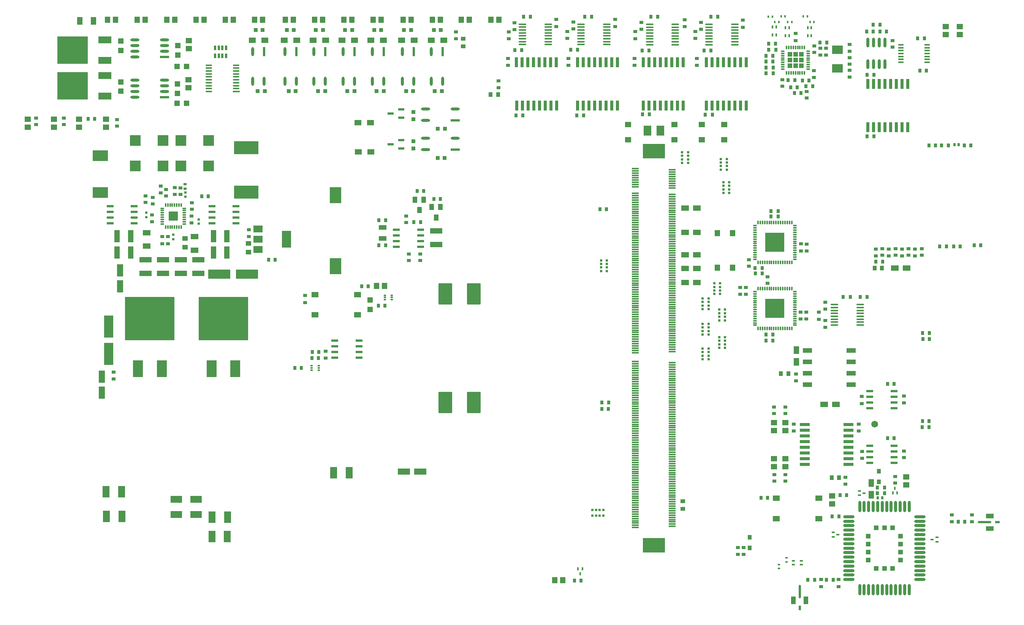
<source format=gtp>
G04*
G04 #@! TF.GenerationSoftware,Altium Limited,Altium Designer,18.1.8 (232)*
G04*
G04 Layer_Color=8421504*
%FSLAX25Y25*%
%MOIN*%
G70*
G01*
G75*
%ADD26R,0.04724X0.06890*%
%ADD27O,0.07874X0.02362*%
%ADD28R,0.07874X0.02362*%
%ADD29R,0.06000X0.01200*%
%ADD30O,0.06000X0.01200*%
%ADD31O,0.06693X0.01260*%
%ADD32O,0.02362X0.07874*%
%ADD33R,0.02362X0.07874*%
%ADD34R,0.02756X0.03347*%
%ADD35R,0.05787X0.10906*%
%ADD36R,0.03347X0.02559*%
%ADD37R,0.03347X0.02756*%
%ADD38R,0.03268X0.03937*%
%ADD39R,0.10000X0.06000*%
%ADD40C,0.05906*%
%ADD41R,0.02559X0.03347*%
%ADD42R,0.01968X0.01575*%
G04:AMPARAMS|DCode=43|XSize=29.53mil|YSize=16.54mil|CornerRadius=4.13mil|HoleSize=0mil|Usage=FLASHONLY|Rotation=90.000|XOffset=0mil|YOffset=0mil|HoleType=Round|Shape=RoundedRectangle|*
%AMROUNDEDRECTD43*
21,1,0.02953,0.00827,0,0,90.0*
21,1,0.02126,0.01654,0,0,90.0*
1,1,0.00827,0.00413,0.01063*
1,1,0.00827,0.00413,-0.01063*
1,1,0.00827,-0.00413,-0.01063*
1,1,0.00827,-0.00413,0.01063*
%
%ADD43ROUNDEDRECTD43*%
%ADD44R,0.01575X0.01968*%
%ADD45R,0.05787X0.04567*%
%ADD46R,0.01968X0.02362*%
%ADD47R,0.04567X0.05787*%
%ADD48R,0.07874X0.03937*%
%ADD49R,0.05906X0.01181*%
%ADD50R,0.06000X0.10000*%
%ADD51R,0.01811X0.02559*%
%ADD52R,0.05512X0.04724*%
%ADD53R,0.07087X0.04921*%
%ADD54R,0.02244X0.01181*%
%ADD55R,0.04724X0.03937*%
%ADD56R,0.19291X0.08465*%
%ADD57R,0.04528X0.10630*%
%ADD58R,0.43307X0.37992*%
%ADD59R,0.09134X0.15000*%
%ADD60R,0.10630X0.04528*%
%ADD61R,0.09252X0.09646*%
%ADD62R,0.06299X0.02362*%
%ADD63R,0.05709X0.02362*%
%ADD64R,0.05118X0.04724*%
%ADD65R,0.04724X0.05118*%
%ADD66R,0.03800X0.03400*%
%ADD67R,0.06000X0.05000*%
%ADD68R,0.03937X0.03425*%
%ADD69R,0.02284X0.02598*%
%ADD70R,0.03425X0.03937*%
%ADD71R,0.10236X0.14410*%
%ADD72R,0.10236X0.13937*%
%ADD73R,0.03937X0.05512*%
%ADD74R,0.07087X0.03937*%
%ADD75O,0.03347X0.01181*%
%ADD76O,0.01181X0.03347*%
%ADD77R,0.16732X0.16732*%
%ADD78R,0.04921X0.07087*%
%ADD79R,0.02559X0.01811*%
%ADD80R,0.04331X0.04331*%
%ADD81O,0.02756X0.09843*%
%ADD82O,0.09843X0.02756*%
G04:AMPARAMS|DCode=83|XSize=29.53mil|YSize=16.54mil|CornerRadius=4.13mil|HoleSize=0mil|Usage=FLASHONLY|Rotation=0.000|XOffset=0mil|YOffset=0mil|HoleType=Round|Shape=RoundedRectangle|*
%AMROUNDEDRECTD83*
21,1,0.02953,0.00827,0,0,0.0*
21,1,0.02126,0.01654,0,0,0.0*
1,1,0.00827,0.01063,-0.00413*
1,1,0.00827,-0.01063,-0.00413*
1,1,0.00827,-0.01063,0.00413*
1,1,0.00827,0.01063,0.00413*
%
%ADD83ROUNDEDRECTD83*%
%ADD84O,0.02756X0.08661*%
%ADD85R,0.03150X0.08661*%
%ADD86R,0.06890X0.04724*%
%ADD87R,0.02441X0.02244*%
%ADD88R,0.02598X0.02284*%
%ADD89R,0.08110X0.08110*%
%ADD90O,0.03543X0.01181*%
%ADD91O,0.01181X0.03543*%
%ADD92R,0.07087X0.08858*%
%ADD93R,0.16732X0.16732*%
%ADD94O,0.01181X0.03740*%
%ADD95O,0.03740X0.01181*%
%ADD96R,0.09449X0.07480*%
%ADD97R,0.02362X0.03937*%
%ADD98R,0.03937X0.07087*%
%ADD99O,0.01968X0.11811*%
%ADD100R,0.03937X0.02362*%
%ADD101R,0.07087X0.03937*%
%ADD102O,0.11811X0.01968*%
%ADD103R,0.05906X0.04724*%
%ADD104R,0.11811X0.06299*%
%ADD105R,0.26772X0.24410*%
G04:AMPARAMS|DCode=106|XSize=188.98mil|YSize=118.11mil|CornerRadius=7.09mil|HoleSize=0mil|Usage=FLASHONLY|Rotation=90.000|XOffset=0mil|YOffset=0mil|HoleType=Round|Shape=RoundedRectangle|*
%AMROUNDEDRECTD106*
21,1,0.18898,0.10394,0,0,90.0*
21,1,0.17480,0.11811,0,0,90.0*
1,1,0.01417,0.05197,0.08740*
1,1,0.01417,0.05197,-0.08740*
1,1,0.01417,-0.05197,-0.08740*
1,1,0.01417,-0.05197,0.08740*
%
%ADD106ROUNDEDRECTD106*%
%ADD107R,0.19685X0.12992*%
%ADD108R,0.04961X0.01417*%
%ADD109R,0.08661X0.03150*%
%ADD110R,0.02000X0.04000*%
%ADD111R,0.02362X0.01968*%
%ADD112R,0.03400X0.03800*%
%ADD113R,0.07874X0.05906*%
%ADD114R,0.07874X0.14961*%
%ADD115R,0.13386X0.09449*%
%ADD116R,0.21260X0.11417*%
%ADD117R,0.10906X0.05787*%
%ADD118R,0.08465X0.19291*%
%ADD119R,0.04724X0.05512*%
G36*
X694106Y489811D02*
X690106D01*
Y493811D01*
X694106D01*
Y489811D01*
D02*
G37*
G36*
X689106D02*
X685106D01*
Y493811D01*
X689106D01*
Y489811D01*
D02*
G37*
G36*
X684106D02*
X680106D01*
Y493811D01*
X684106D01*
Y489811D01*
D02*
G37*
G36*
X694106Y484811D02*
X690106D01*
Y488811D01*
X694106D01*
Y484811D01*
D02*
G37*
G36*
X684106D02*
X680106D01*
Y488811D01*
X684106D01*
Y484811D01*
D02*
G37*
G36*
X689112Y484806D02*
X685112D01*
Y488806D01*
X689112D01*
Y484806D01*
D02*
G37*
G36*
X694106Y479811D02*
X690106D01*
Y483811D01*
X694106D01*
Y479811D01*
D02*
G37*
G36*
X689106D02*
X685106D01*
Y483811D01*
X689106D01*
Y479811D01*
D02*
G37*
G36*
X684106D02*
X680106D01*
Y483811D01*
X684106D01*
Y479811D01*
D02*
G37*
D26*
X71161Y521200D02*
D03*
X59350D02*
D03*
D27*
X107507Y504600D02*
D03*
Y489600D02*
D03*
Y494600D02*
D03*
X133493Y499600D02*
D03*
X133492Y494600D02*
D03*
X107507Y499600D02*
D03*
X133492Y504600D02*
D03*
Y469300D02*
D03*
X107507Y464300D02*
D03*
X133492Y459300D02*
D03*
X133493Y464300D02*
D03*
X107507Y459300D02*
D03*
Y454300D02*
D03*
Y469300D02*
D03*
X362608Y408200D02*
D03*
Y418200D02*
D03*
X388592D02*
D03*
Y443800D02*
D03*
X362608D02*
D03*
Y433800D02*
D03*
D28*
X133492Y489600D02*
D03*
Y454300D02*
D03*
X388592Y408200D02*
D03*
Y433800D02*
D03*
D29*
X196508Y459345D02*
D03*
D30*
X172492Y461904D02*
D03*
Y469581D02*
D03*
Y472140D02*
D03*
X196508Y479817D02*
D03*
Y472140D02*
D03*
Y482376D02*
D03*
Y461904D02*
D03*
Y469581D02*
D03*
X172492Y464463D02*
D03*
Y467022D02*
D03*
Y474699D02*
D03*
Y477258D02*
D03*
X196508D02*
D03*
Y474699D02*
D03*
Y467022D02*
D03*
Y464463D02*
D03*
X172492Y482376D02*
D03*
Y459345D02*
D03*
Y479817D02*
D03*
D31*
X470109Y500487D02*
D03*
Y503047D02*
D03*
Y505606D02*
D03*
Y508165D02*
D03*
Y510724D02*
D03*
Y513283D02*
D03*
Y515842D02*
D03*
Y518401D02*
D03*
X447668Y500487D02*
D03*
Y503047D02*
D03*
Y505606D02*
D03*
Y508165D02*
D03*
Y510724D02*
D03*
Y513283D02*
D03*
Y515842D02*
D03*
Y518401D02*
D03*
X521475Y500486D02*
D03*
Y503045D02*
D03*
Y505604D02*
D03*
Y508163D02*
D03*
Y510722D02*
D03*
Y513281D02*
D03*
Y515840D02*
D03*
Y518399D02*
D03*
X499034Y500486D02*
D03*
Y503045D02*
D03*
Y505604D02*
D03*
Y508163D02*
D03*
Y510722D02*
D03*
Y513281D02*
D03*
Y515840D02*
D03*
Y518399D02*
D03*
X581554Y500387D02*
D03*
Y502947D02*
D03*
Y505506D02*
D03*
Y508065D02*
D03*
Y510624D02*
D03*
Y513183D02*
D03*
Y515742D02*
D03*
Y518301D02*
D03*
X559113Y500387D02*
D03*
Y502947D02*
D03*
Y505506D02*
D03*
Y508065D02*
D03*
Y510624D02*
D03*
Y513183D02*
D03*
Y515742D02*
D03*
Y518301D02*
D03*
X633720Y500387D02*
D03*
Y502947D02*
D03*
Y505506D02*
D03*
Y508065D02*
D03*
Y510624D02*
D03*
Y513183D02*
D03*
Y515742D02*
D03*
Y518301D02*
D03*
X611280Y500387D02*
D03*
Y502947D02*
D03*
Y505506D02*
D03*
Y508065D02*
D03*
Y510624D02*
D03*
Y513183D02*
D03*
Y515742D02*
D03*
Y518301D02*
D03*
X743820Y254243D02*
D03*
Y256802D02*
D03*
Y259361D02*
D03*
Y261920D02*
D03*
Y264479D02*
D03*
Y267039D02*
D03*
Y269598D02*
D03*
Y272157D02*
D03*
X721380Y254243D02*
D03*
Y256802D02*
D03*
Y259361D02*
D03*
Y261920D02*
D03*
Y264479D02*
D03*
Y267039D02*
D03*
Y269598D02*
D03*
Y272157D02*
D03*
D32*
X315800Y494292D02*
D03*
Y468308D02*
D03*
X325800D02*
D03*
X342100Y494292D02*
D03*
Y468308D02*
D03*
X352100D02*
D03*
X367600Y494292D02*
D03*
Y468308D02*
D03*
X377600D02*
D03*
X211000Y494292D02*
D03*
Y468308D02*
D03*
X221000D02*
D03*
X249100D02*
D03*
X239100D02*
D03*
Y494292D02*
D03*
X264667D02*
D03*
Y468308D02*
D03*
X274667D02*
D03*
X300233D02*
D03*
X290233D02*
D03*
Y494292D02*
D03*
D33*
X325800D02*
D03*
X352100D02*
D03*
X377600D02*
D03*
X221000D02*
D03*
X249100D02*
D03*
X274667D02*
D03*
X300233D02*
D03*
D34*
X321449Y346400D02*
D03*
X327551D02*
D03*
X321449Y324300D02*
D03*
X327551D02*
D03*
X804185Y164469D02*
D03*
X798083D02*
D03*
X804626Y247188D02*
D03*
X798524D02*
D03*
X819488Y323425D02*
D03*
X813386D02*
D03*
X614051Y439000D02*
D03*
X607949D02*
D03*
X714652Y502216D02*
D03*
X708550D02*
D03*
X447951Y438300D02*
D03*
X441849D02*
D03*
X821351Y411949D02*
D03*
X815249D02*
D03*
X757586Y310100D02*
D03*
X763688D02*
D03*
X352149Y344600D02*
D03*
X358251D02*
D03*
X735138Y278937D02*
D03*
X729035D02*
D03*
X765151Y106654D02*
D03*
X759049D02*
D03*
X765151Y111600D02*
D03*
X759049D02*
D03*
X725351Y86200D02*
D03*
X719249D02*
D03*
X794095Y506004D02*
D03*
X800197D02*
D03*
X755951Y420100D02*
D03*
X749849D02*
D03*
X755851Y474000D02*
D03*
X749749D02*
D03*
X552849Y439300D02*
D03*
X558951D02*
D03*
X495149Y438300D02*
D03*
X501251D02*
D03*
X489737Y496098D02*
D03*
X495839D02*
D03*
X440846Y495768D02*
D03*
X446949D02*
D03*
X454626Y524902D02*
D03*
X448524D02*
D03*
X508169D02*
D03*
X502067D02*
D03*
X552449Y495200D02*
D03*
X558551D02*
D03*
X566240Y524902D02*
D03*
X560138D02*
D03*
X606849Y495200D02*
D03*
X612951D02*
D03*
X618996Y524902D02*
D03*
X612894D02*
D03*
X667351Y240700D02*
D03*
X661249D02*
D03*
X667351Y245800D02*
D03*
X661249D02*
D03*
X657776Y304232D02*
D03*
X651673D02*
D03*
X657874Y299508D02*
D03*
X651772D02*
D03*
X671751Y349713D02*
D03*
X665649D02*
D03*
X671751Y354413D02*
D03*
X665649D02*
D03*
X663645Y496054D02*
D03*
X669747D02*
D03*
X663545Y501254D02*
D03*
X669648D02*
D03*
X661236Y490554D02*
D03*
X667338D02*
D03*
X661281Y485487D02*
D03*
X667384D02*
D03*
X661384Y480421D02*
D03*
X667487D02*
D03*
X661384Y475354D02*
D03*
X667487D02*
D03*
X680449Y469300D02*
D03*
X686551D02*
D03*
X703951Y30600D02*
D03*
X697849D02*
D03*
X743799Y278937D02*
D03*
X749902D02*
D03*
D35*
X78642Y194823D02*
D03*
Y208917D02*
D03*
X94488Y302323D02*
D03*
Y288228D02*
D03*
D36*
X20965Y435854D02*
D03*
Y430146D02*
D03*
X91900Y434754D02*
D03*
Y429046D02*
D03*
X774500Y121291D02*
D03*
Y115583D02*
D03*
X45100Y435854D02*
D03*
Y430146D02*
D03*
X797800Y321175D02*
D03*
Y315466D02*
D03*
X786300Y321175D02*
D03*
Y315466D02*
D03*
X774799Y321175D02*
D03*
Y315466D02*
D03*
X763299Y321175D02*
D03*
Y315466D02*
D03*
X345700Y350054D02*
D03*
Y344346D02*
D03*
X347900Y311046D02*
D03*
Y316754D02*
D03*
X358000Y311046D02*
D03*
Y316754D02*
D03*
X772300Y503954D02*
D03*
Y498246D02*
D03*
X157400Y355946D02*
D03*
Y361654D02*
D03*
X147400Y368846D02*
D03*
Y374554D02*
D03*
X134900Y367591D02*
D03*
Y373300D02*
D03*
X123359Y366254D02*
D03*
Y360546D02*
D03*
X117000Y367554D02*
D03*
Y361846D02*
D03*
X646260Y311516D02*
D03*
Y305807D02*
D03*
X662400Y296752D02*
D03*
Y291043D02*
D03*
X703700Y493546D02*
D03*
Y499254D02*
D03*
X696901Y459271D02*
D03*
Y453562D02*
D03*
X675601Y463862D02*
D03*
Y469571D02*
D03*
X734650Y489071D02*
D03*
Y483362D02*
D03*
X668504Y123031D02*
D03*
Y117323D02*
D03*
X678150Y182382D02*
D03*
Y176673D02*
D03*
X678248Y117224D02*
D03*
Y122933D02*
D03*
X668209Y182382D02*
D03*
Y176673D02*
D03*
X782300Y186100D02*
D03*
Y191809D02*
D03*
Y137846D02*
D03*
Y143554D02*
D03*
D37*
X600575Y488287D02*
D03*
Y482185D02*
D03*
X545866Y488287D02*
D03*
Y482185D02*
D03*
X256835Y274064D02*
D03*
Y280166D02*
D03*
X274798Y225175D02*
D03*
Y231277D02*
D03*
X207700Y331949D02*
D03*
Y338051D02*
D03*
X641000Y521851D02*
D03*
Y515749D02*
D03*
X389280Y511754D02*
D03*
Y505651D02*
D03*
X792001Y315025D02*
D03*
Y321128D02*
D03*
X780500Y315025D02*
D03*
Y321128D02*
D03*
X769000Y315025D02*
D03*
Y321128D02*
D03*
X757500Y315025D02*
D03*
Y321128D02*
D03*
X641535Y59055D02*
D03*
Y52953D02*
D03*
X636603Y59051D02*
D03*
Y52949D02*
D03*
X687402Y205217D02*
D03*
Y211319D02*
D03*
X685600Y161353D02*
D03*
Y167455D02*
D03*
X730807Y114665D02*
D03*
Y120768D02*
D03*
X724800Y24786D02*
D03*
Y30888D02*
D03*
X122700Y344949D02*
D03*
Y351051D02*
D03*
X157100Y343896D02*
D03*
Y349998D02*
D03*
X142500Y374951D02*
D03*
Y368849D02*
D03*
X130109Y370149D02*
D03*
Y376251D02*
D03*
X426624Y462500D02*
D03*
Y468602D02*
D03*
X434744Y482185D02*
D03*
Y488287D02*
D03*
X487992Y482185D02*
D03*
Y488287D02*
D03*
X477165Y522539D02*
D03*
Y516437D02*
D03*
X528740D02*
D03*
Y522539D02*
D03*
X440488Y519651D02*
D03*
Y513549D02*
D03*
X435488Y511751D02*
D03*
Y505649D02*
D03*
X492088Y520250D02*
D03*
Y514147D02*
D03*
X486888Y512101D02*
D03*
Y505998D02*
D03*
X589800Y522451D02*
D03*
Y516349D02*
D03*
X546400Y511851D02*
D03*
Y505749D02*
D03*
X551900Y520051D02*
D03*
Y513949D02*
D03*
X604300Y520051D02*
D03*
Y513949D02*
D03*
X599100Y511951D02*
D03*
Y505849D02*
D03*
X643700Y281151D02*
D03*
Y287253D02*
D03*
X638400Y281151D02*
D03*
Y287253D02*
D03*
X696617Y265734D02*
D03*
Y259631D02*
D03*
X691717Y265734D02*
D03*
Y259631D02*
D03*
X696800Y325451D02*
D03*
Y319349D02*
D03*
X691900Y325551D02*
D03*
Y319449D02*
D03*
X713901Y497436D02*
D03*
Y491334D02*
D03*
X708901Y497436D02*
D03*
Y491334D02*
D03*
X687301Y510168D02*
D03*
Y504065D02*
D03*
X703347Y471510D02*
D03*
Y477612D02*
D03*
X734601Y500667D02*
D03*
Y494565D02*
D03*
Y471865D02*
D03*
Y477968D02*
D03*
X709700Y30892D02*
D03*
Y24790D02*
D03*
X841831Y87795D02*
D03*
Y81693D02*
D03*
X824209Y87795D02*
D03*
Y81693D02*
D03*
X88800Y206849D02*
D03*
Y212951D02*
D03*
X136500Y325798D02*
D03*
Y331900D02*
D03*
X131659Y325798D02*
D03*
Y331900D02*
D03*
X713300Y258451D02*
D03*
Y252349D02*
D03*
X713100Y274402D02*
D03*
Y268300D02*
D03*
X707700Y265551D02*
D03*
Y259449D02*
D03*
X742700Y167455D02*
D03*
Y161353D02*
D03*
X745177Y191535D02*
D03*
Y185433D02*
D03*
X745472Y143405D02*
D03*
Y137303D02*
D03*
D38*
X646752Y58543D02*
D03*
Y67835D02*
D03*
X760138Y116713D02*
D03*
Y126004D02*
D03*
D39*
X143900Y87950D02*
D03*
Y101450D02*
D03*
X161100Y87950D02*
D03*
Y101450D02*
D03*
D40*
X756693Y167400D02*
D03*
D41*
X767946Y154904D02*
D03*
X773654D02*
D03*
X66546Y435400D02*
D03*
X72254D02*
D03*
X798524Y169882D02*
D03*
X804232D02*
D03*
X804528Y241971D02*
D03*
X798819D02*
D03*
X831486Y323425D02*
D03*
X825777D02*
D03*
X498775Y30113D02*
D03*
X493066D02*
D03*
X263089Y230726D02*
D03*
X268798D02*
D03*
X262943Y225226D02*
D03*
X268652D02*
D03*
X247943Y216728D02*
D03*
X253652D02*
D03*
X224746Y311591D02*
D03*
X230454D02*
D03*
X521358Y356004D02*
D03*
X515650D02*
D03*
X840954Y411900D02*
D03*
X835246D02*
D03*
X809854D02*
D03*
X804146D02*
D03*
X849700Y324300D02*
D03*
X843991D02*
D03*
X517146Y180600D02*
D03*
X522854D02*
D03*
X360954Y372000D02*
D03*
X355246D02*
D03*
X369746Y364900D02*
D03*
X375454D02*
D03*
X767946Y202704D02*
D03*
X773654D02*
D03*
X726279Y104921D02*
D03*
X731988D02*
D03*
X761146Y511900D02*
D03*
X766854D02*
D03*
X749500D02*
D03*
X755209D02*
D03*
X166105Y367400D02*
D03*
X171814D02*
D03*
X696359Y464128D02*
D03*
X702068D02*
D03*
X699017Y469049D02*
D03*
X693308D02*
D03*
X686247Y458016D02*
D03*
X691955D02*
D03*
X682746Y463000D02*
D03*
X688454D02*
D03*
X714346Y30600D02*
D03*
X720054D02*
D03*
X829823Y81693D02*
D03*
X835532D02*
D03*
X656846Y102700D02*
D03*
X662554D02*
D03*
X306480Y288291D02*
D03*
X312189D02*
D03*
X321080Y271391D02*
D03*
X326789D02*
D03*
X796063Y477756D02*
D03*
X801772D02*
D03*
X755346Y517800D02*
D03*
X761054D02*
D03*
X523054Y186200D02*
D03*
X517346D02*
D03*
D42*
X672400Y40528D02*
D03*
Y44072D02*
D03*
X679300Y46428D02*
D03*
Y49972D02*
D03*
D43*
X666929Y515914D02*
D03*
X697736Y515354D02*
D03*
X700886D02*
D03*
X678248D02*
D03*
X681398D02*
D03*
Y508268D02*
D03*
X678248D02*
D03*
X670079Y515914D02*
D03*
Y508828D02*
D03*
X666929D02*
D03*
X700886Y508268D02*
D03*
X697736D02*
D03*
D44*
X668928Y520400D02*
D03*
X703272D02*
D03*
X699728D02*
D03*
X693996Y525197D02*
D03*
X697539D02*
D03*
X674409D02*
D03*
X677953D02*
D03*
X683772Y520300D02*
D03*
X680228D02*
D03*
X672472Y520400D02*
D03*
X663228Y525100D02*
D03*
X666772D02*
D03*
D45*
X82111Y435108D02*
D03*
Y428100D02*
D03*
X58392Y435108D02*
D03*
Y428100D02*
D03*
X36700Y435108D02*
D03*
Y428100D02*
D03*
X154700Y469604D02*
D03*
Y462596D02*
D03*
X678346Y161753D02*
D03*
Y168761D02*
D03*
X784100Y113896D02*
D03*
Y120904D02*
D03*
X719095Y104193D02*
D03*
Y97185D02*
D03*
X818799Y509193D02*
D03*
Y516201D02*
D03*
X831299Y509193D02*
D03*
Y516201D02*
D03*
X154800Y503904D02*
D03*
Y496896D02*
D03*
X668307Y129961D02*
D03*
Y136969D02*
D03*
X668307Y168761D02*
D03*
Y161753D02*
D03*
X678346Y129961D02*
D03*
Y136969D02*
D03*
X13500Y435108D02*
D03*
Y428100D02*
D03*
D46*
X626772Y390650D02*
D03*
Y393799D02*
D03*
Y396949D02*
D03*
Y400098D02*
D03*
X621653Y393799D02*
D03*
Y390650D02*
D03*
Y396949D02*
D03*
Y400098D02*
D03*
X628900Y370201D02*
D03*
Y373350D02*
D03*
Y376500D02*
D03*
Y379650D02*
D03*
X623782Y373350D02*
D03*
Y370201D02*
D03*
Y376500D02*
D03*
Y379650D02*
D03*
X625318Y234201D02*
D03*
Y237350D02*
D03*
Y240500D02*
D03*
Y243650D02*
D03*
X620200Y237350D02*
D03*
Y234201D02*
D03*
Y240500D02*
D03*
Y243650D02*
D03*
X610818Y224301D02*
D03*
Y227450D02*
D03*
Y230600D02*
D03*
Y233750D02*
D03*
X605700Y227450D02*
D03*
Y224301D02*
D03*
Y230600D02*
D03*
Y233750D02*
D03*
X610818Y245850D02*
D03*
Y249000D02*
D03*
Y252150D02*
D03*
Y255299D02*
D03*
X605700Y249000D02*
D03*
Y245850D02*
D03*
Y252150D02*
D03*
Y255299D02*
D03*
X610818Y274500D02*
D03*
Y277650D02*
D03*
Y271350D02*
D03*
X605700Y268201D02*
D03*
Y274500D02*
D03*
Y277650D02*
D03*
Y271350D02*
D03*
X610818Y268201D02*
D03*
X521555Y301673D02*
D03*
Y304823D02*
D03*
Y311122D02*
D03*
Y307972D02*
D03*
X516437Y301673D02*
D03*
Y304823D02*
D03*
Y307972D02*
D03*
Y311122D02*
D03*
X587608Y406004D02*
D03*
Y402854D02*
D03*
Y396555D02*
D03*
Y399705D02*
D03*
X592726Y406004D02*
D03*
Y402854D02*
D03*
Y399705D02*
D03*
Y396555D02*
D03*
X615846Y290945D02*
D03*
Y287795D02*
D03*
Y281496D02*
D03*
Y284646D02*
D03*
X620965Y290945D02*
D03*
Y287795D02*
D03*
Y284646D02*
D03*
Y281496D02*
D03*
X620200Y267799D02*
D03*
Y264650D02*
D03*
Y258350D02*
D03*
Y261500D02*
D03*
X625318Y267799D02*
D03*
Y264650D02*
D03*
Y261500D02*
D03*
Y258350D02*
D03*
D47*
X482874Y30413D02*
D03*
X475866D02*
D03*
X319431Y288491D02*
D03*
X326439D02*
D03*
X83696Y522146D02*
D03*
X90704D02*
D03*
X109565D02*
D03*
X116573D02*
D03*
X135696D02*
D03*
X142704D02*
D03*
X161363D02*
D03*
X168371D02*
D03*
X187029D02*
D03*
X194037D02*
D03*
X212696D02*
D03*
X219704D02*
D03*
X239496D02*
D03*
X246504D02*
D03*
X265170D02*
D03*
X272178D02*
D03*
X290845D02*
D03*
X297853D02*
D03*
X316519D02*
D03*
X323527D02*
D03*
X342996D02*
D03*
X350004D02*
D03*
X368663D02*
D03*
X375671D02*
D03*
X394035D02*
D03*
X401043D02*
D03*
X419996D02*
D03*
X427004D02*
D03*
D48*
X735794Y202104D02*
D03*
Y212104D02*
D03*
Y222104D02*
D03*
Y232104D02*
D03*
X697606Y202104D02*
D03*
Y212104D02*
D03*
Y222104D02*
D03*
Y232104D02*
D03*
D49*
X578983Y337386D02*
D03*
Y339354D02*
D03*
Y359039D02*
D03*
Y361008D02*
D03*
Y343291D02*
D03*
Y345260D02*
D03*
Y79512D02*
D03*
Y81480D02*
D03*
Y83449D02*
D03*
Y85417D02*
D03*
Y87386D02*
D03*
Y89354D02*
D03*
Y193685D02*
D03*
Y191717D02*
D03*
Y189748D02*
D03*
Y187779D02*
D03*
Y185811D02*
D03*
Y183843D02*
D03*
Y181874D02*
D03*
Y179905D02*
D03*
Y177937D02*
D03*
Y175969D02*
D03*
Y174000D02*
D03*
Y172031D02*
D03*
Y170063D02*
D03*
Y168095D02*
D03*
Y114945D02*
D03*
Y116913D02*
D03*
Y118882D02*
D03*
Y120850D02*
D03*
Y122819D02*
D03*
Y124787D02*
D03*
Y126756D02*
D03*
Y128724D02*
D03*
Y130693D02*
D03*
Y132661D02*
D03*
Y134630D02*
D03*
Y136598D02*
D03*
Y138567D02*
D03*
Y140535D02*
D03*
Y142504D02*
D03*
Y144473D02*
D03*
Y146441D02*
D03*
Y148409D02*
D03*
Y150378D02*
D03*
Y152347D02*
D03*
Y154315D02*
D03*
Y156283D02*
D03*
Y158252D02*
D03*
Y160221D02*
D03*
Y162189D02*
D03*
Y164157D02*
D03*
Y166126D02*
D03*
Y91323D02*
D03*
Y93291D02*
D03*
Y95260D02*
D03*
Y97228D02*
D03*
Y99197D02*
D03*
Y101165D02*
D03*
Y103134D02*
D03*
Y105102D02*
D03*
Y107071D02*
D03*
Y109039D02*
D03*
Y111008D02*
D03*
Y112976D02*
D03*
Y77543D02*
D03*
Y268488D02*
D03*
Y266520D02*
D03*
Y264551D02*
D03*
Y262583D02*
D03*
X546700Y113961D02*
D03*
Y111992D02*
D03*
Y110024D02*
D03*
Y108055D02*
D03*
Y106087D02*
D03*
Y104118D02*
D03*
Y102150D02*
D03*
Y100181D02*
D03*
Y98213D02*
D03*
Y96244D02*
D03*
Y94276D02*
D03*
Y92307D02*
D03*
Y90339D02*
D03*
Y88370D02*
D03*
Y86402D02*
D03*
Y84433D02*
D03*
Y82465D02*
D03*
Y80496D02*
D03*
Y78528D02*
D03*
Y76559D02*
D03*
Y167110D02*
D03*
Y165142D02*
D03*
Y163173D02*
D03*
Y161205D02*
D03*
Y159236D02*
D03*
Y157268D02*
D03*
Y155299D02*
D03*
Y153331D02*
D03*
Y151362D02*
D03*
Y149394D02*
D03*
Y147425D02*
D03*
Y145457D02*
D03*
Y143488D02*
D03*
Y141520D02*
D03*
Y139551D02*
D03*
Y137583D02*
D03*
Y135614D02*
D03*
Y133646D02*
D03*
Y131677D02*
D03*
Y129709D02*
D03*
Y127740D02*
D03*
Y125772D02*
D03*
Y123803D02*
D03*
Y121835D02*
D03*
Y119866D02*
D03*
Y117898D02*
D03*
Y115929D02*
D03*
Y291126D02*
D03*
Y269472D02*
D03*
Y271441D02*
D03*
Y273410D02*
D03*
Y275378D02*
D03*
Y277346D02*
D03*
Y279315D02*
D03*
Y281283D02*
D03*
Y283252D02*
D03*
Y285221D02*
D03*
Y287189D02*
D03*
Y289158D02*
D03*
Y344276D02*
D03*
Y346244D02*
D03*
Y348213D02*
D03*
Y293094D02*
D03*
Y295063D02*
D03*
Y297031D02*
D03*
Y299000D02*
D03*
Y300969D02*
D03*
Y302937D02*
D03*
Y304906D02*
D03*
Y306874D02*
D03*
Y308842D02*
D03*
Y310811D02*
D03*
Y312779D02*
D03*
Y314748D02*
D03*
Y316717D02*
D03*
Y318685D02*
D03*
Y320654D02*
D03*
Y322622D02*
D03*
Y324591D02*
D03*
Y326559D02*
D03*
Y328528D02*
D03*
Y330496D02*
D03*
Y332465D02*
D03*
Y334433D02*
D03*
Y336402D02*
D03*
Y338370D02*
D03*
Y340339D02*
D03*
Y342307D02*
D03*
Y391520D02*
D03*
Y389551D02*
D03*
Y387583D02*
D03*
Y385614D02*
D03*
Y383646D02*
D03*
Y381677D02*
D03*
Y379709D02*
D03*
Y377740D02*
D03*
Y375772D02*
D03*
Y369866D02*
D03*
Y367898D02*
D03*
Y365929D02*
D03*
Y363961D02*
D03*
Y361992D02*
D03*
Y360024D02*
D03*
Y358055D02*
D03*
Y356087D02*
D03*
Y354118D02*
D03*
Y352150D02*
D03*
Y169079D02*
D03*
Y171047D02*
D03*
Y173016D02*
D03*
Y174984D02*
D03*
Y176953D02*
D03*
Y178921D02*
D03*
Y180890D02*
D03*
Y182858D02*
D03*
Y184827D02*
D03*
Y186795D02*
D03*
Y188764D02*
D03*
Y190732D02*
D03*
Y192701D02*
D03*
Y194669D02*
D03*
X578983Y294079D02*
D03*
Y296047D02*
D03*
Y298016D02*
D03*
Y299984D02*
D03*
Y301953D02*
D03*
Y303921D02*
D03*
Y305890D02*
D03*
Y307858D02*
D03*
Y309827D02*
D03*
Y311795D02*
D03*
Y313764D02*
D03*
Y315732D02*
D03*
Y317701D02*
D03*
Y319669D02*
D03*
Y321638D02*
D03*
Y323606D02*
D03*
Y325575D02*
D03*
Y327543D02*
D03*
Y329512D02*
D03*
Y331480D02*
D03*
Y333449D02*
D03*
Y335417D02*
D03*
Y341323D02*
D03*
Y347228D02*
D03*
Y349197D02*
D03*
Y351165D02*
D03*
Y353134D02*
D03*
Y355102D02*
D03*
Y357071D02*
D03*
Y362976D02*
D03*
Y364945D02*
D03*
Y366913D02*
D03*
Y368882D02*
D03*
Y374787D02*
D03*
Y376756D02*
D03*
Y378724D02*
D03*
Y380693D02*
D03*
Y382661D02*
D03*
Y384630D02*
D03*
Y386598D02*
D03*
Y388567D02*
D03*
Y390535D02*
D03*
Y195653D02*
D03*
Y197622D02*
D03*
Y199591D02*
D03*
Y201559D02*
D03*
Y203528D02*
D03*
Y205496D02*
D03*
Y207465D02*
D03*
Y209433D02*
D03*
Y211402D02*
D03*
Y213370D02*
D03*
Y215339D02*
D03*
Y217307D02*
D03*
Y219276D02*
D03*
Y221244D02*
D03*
Y231087D02*
D03*
Y233055D02*
D03*
Y235024D02*
D03*
Y236992D02*
D03*
Y238961D02*
D03*
Y240929D02*
D03*
Y242898D02*
D03*
Y244866D02*
D03*
Y246835D02*
D03*
Y248803D02*
D03*
Y250772D02*
D03*
Y252740D02*
D03*
Y254709D02*
D03*
Y256677D02*
D03*
Y258646D02*
D03*
Y260614D02*
D03*
Y270457D02*
D03*
Y272425D02*
D03*
Y274394D02*
D03*
Y276362D02*
D03*
Y278331D02*
D03*
Y280299D02*
D03*
Y282268D02*
D03*
Y284236D02*
D03*
Y286205D02*
D03*
Y288173D02*
D03*
Y290142D02*
D03*
Y292110D02*
D03*
X546700Y245850D02*
D03*
Y247819D02*
D03*
Y249787D02*
D03*
Y251756D02*
D03*
Y253724D02*
D03*
Y255693D02*
D03*
Y257661D02*
D03*
Y259630D02*
D03*
Y261598D02*
D03*
Y263567D02*
D03*
Y265535D02*
D03*
Y267504D02*
D03*
Y196638D02*
D03*
Y198606D02*
D03*
Y200575D02*
D03*
Y202543D02*
D03*
Y204512D02*
D03*
Y206480D02*
D03*
Y208449D02*
D03*
Y210417D02*
D03*
Y212386D02*
D03*
Y214354D02*
D03*
Y216323D02*
D03*
Y218291D02*
D03*
Y220260D02*
D03*
Y222228D02*
D03*
Y230102D02*
D03*
Y232071D02*
D03*
Y234039D02*
D03*
Y236008D02*
D03*
Y237976D02*
D03*
Y239945D02*
D03*
Y241913D02*
D03*
Y243882D02*
D03*
Y350181D02*
D03*
D50*
X96120Y86221D02*
D03*
X82620D02*
D03*
X82350Y108000D02*
D03*
X95850D02*
D03*
X175150Y68500D02*
D03*
X188650D02*
D03*
X175350Y85500D02*
D03*
X188850D02*
D03*
X295550Y124500D02*
D03*
X282050D02*
D03*
D51*
X496129Y40213D02*
D03*
X498098Y36079D02*
D03*
X500066Y40213D02*
D03*
X772400Y106800D02*
D03*
X774368Y110934D02*
D03*
X776337Y106800D02*
D03*
D52*
X624600Y430393D02*
D03*
Y417007D02*
D03*
X605000Y430293D02*
D03*
Y416907D02*
D03*
X580900Y430293D02*
D03*
Y416907D02*
D03*
X540200Y430293D02*
D03*
Y416907D02*
D03*
D53*
X600618Y315800D02*
D03*
X590382D02*
D03*
X600618Y291700D02*
D03*
X590382D02*
D03*
X600618Y304100D02*
D03*
X590382D02*
D03*
X600618Y357100D02*
D03*
X590382D02*
D03*
X600618Y335500D02*
D03*
X590382D02*
D03*
X784518Y304200D02*
D03*
X774282D02*
D03*
X712282Y184509D02*
D03*
X722518D02*
D03*
D54*
X268723Y218694D02*
D03*
Y216726D02*
D03*
Y214757D02*
D03*
X262502D02*
D03*
Y216726D02*
D03*
Y218694D02*
D03*
X326793Y276522D02*
D03*
Y278490D02*
D03*
Y280459D02*
D03*
X333013D02*
D03*
Y278490D02*
D03*
Y276522D02*
D03*
D55*
X207300Y325940D02*
D03*
Y318460D02*
D03*
X151600Y322660D02*
D03*
Y330140D02*
D03*
D56*
X181694Y299000D02*
D03*
X205906D02*
D03*
D57*
X176454Y317900D02*
D03*
X188265D02*
D03*
X176454Y332400D02*
D03*
X188265D02*
D03*
X103765Y317900D02*
D03*
X91954D02*
D03*
X103765Y332400D02*
D03*
X91954D02*
D03*
D58*
X185300Y259888D02*
D03*
X120696D02*
D03*
D59*
X195694Y215912D02*
D03*
X174906D02*
D03*
X131090D02*
D03*
X110302D02*
D03*
D60*
X132310Y311504D02*
D03*
Y299693D02*
D03*
X372044Y325044D02*
D03*
Y336856D02*
D03*
X163211Y311504D02*
D03*
Y299693D02*
D03*
X147761Y311504D02*
D03*
Y299693D02*
D03*
X116859Y311504D02*
D03*
Y299693D02*
D03*
D61*
X172255Y393800D02*
D03*
X147845D02*
D03*
X107845D02*
D03*
X132255D02*
D03*
X107845Y416308D02*
D03*
X132255D02*
D03*
X147845D02*
D03*
X172255D02*
D03*
D62*
X85729Y343702D02*
D03*
Y348702D02*
D03*
Y353702D02*
D03*
Y358702D02*
D03*
X106989D02*
D03*
Y353702D02*
D03*
Y348702D02*
D03*
Y343702D02*
D03*
X358130Y337900D02*
D03*
Y332900D02*
D03*
Y327900D02*
D03*
Y322900D02*
D03*
X336870D02*
D03*
Y327900D02*
D03*
Y332900D02*
D03*
Y337900D02*
D03*
X773630Y196200D02*
D03*
Y191200D02*
D03*
Y186200D02*
D03*
Y181200D02*
D03*
X752370D02*
D03*
Y186200D02*
D03*
Y191200D02*
D03*
Y196200D02*
D03*
X196330Y358700D02*
D03*
Y353700D02*
D03*
Y348700D02*
D03*
Y343700D02*
D03*
X175070D02*
D03*
Y348700D02*
D03*
Y353700D02*
D03*
Y358700D02*
D03*
X752362Y148465D02*
D03*
Y143465D02*
D03*
Y138465D02*
D03*
Y133465D02*
D03*
X773622D02*
D03*
Y138465D02*
D03*
Y143465D02*
D03*
Y148465D02*
D03*
X282825Y240726D02*
D03*
Y235726D02*
D03*
Y230726D02*
D03*
Y225726D02*
D03*
X304085D02*
D03*
Y230726D02*
D03*
Y235726D02*
D03*
Y240726D02*
D03*
D63*
X341226Y409260D02*
D03*
Y416740D02*
D03*
X331974Y413000D02*
D03*
X341226Y436160D02*
D03*
Y443640D02*
D03*
X331974Y439900D02*
D03*
D64*
X95300Y467734D02*
D03*
Y459466D02*
D03*
X145200Y499634D02*
D03*
Y491366D02*
D03*
X145000Y465834D02*
D03*
Y457566D02*
D03*
X313878Y276181D02*
D03*
Y267913D02*
D03*
X95300Y495266D02*
D03*
Y503534D02*
D03*
D65*
X152734Y449000D02*
D03*
X144466D02*
D03*
X152834Y481300D02*
D03*
X144566D02*
D03*
D66*
X240800Y513400D02*
D03*
X247000D02*
D03*
X213500D02*
D03*
X219700D02*
D03*
X266333D02*
D03*
X272533D02*
D03*
X291867D02*
D03*
X298067D02*
D03*
X317400D02*
D03*
X323600D02*
D03*
X343600D02*
D03*
X349800D02*
D03*
X369800D02*
D03*
X376000D02*
D03*
X370600Y459600D02*
D03*
X376800D02*
D03*
X345500D02*
D03*
X351700D02*
D03*
X319600D02*
D03*
X325800D02*
D03*
X293900D02*
D03*
X300100D02*
D03*
X268200D02*
D03*
X274400D02*
D03*
X242500D02*
D03*
X248700D02*
D03*
X215200D02*
D03*
X221400D02*
D03*
X379300Y401000D02*
D03*
X373100D02*
D03*
X379500Y426600D02*
D03*
X373300D02*
D03*
D67*
X221400Y504300D02*
D03*
X210400D02*
D03*
X249500D02*
D03*
X238500D02*
D03*
X274800Y504400D02*
D03*
X263800D02*
D03*
X300100D02*
D03*
X289100D02*
D03*
X325400D02*
D03*
X314400D02*
D03*
X352400D02*
D03*
X341400D02*
D03*
X378600D02*
D03*
X367600D02*
D03*
X303600Y406400D02*
D03*
X314600D02*
D03*
X303100Y431900D02*
D03*
X314100D02*
D03*
D68*
X395480Y505609D02*
D03*
Y498995D02*
D03*
X588100Y99607D02*
D03*
Y92993D02*
D03*
D69*
X826471Y412563D02*
D03*
X830329D02*
D03*
X759291Y102657D02*
D03*
X763150D02*
D03*
D70*
X763007Y304200D02*
D03*
X756393D02*
D03*
X680965Y211614D02*
D03*
X674350D02*
D03*
X725354Y120374D02*
D03*
X718740D02*
D03*
X419626Y456693D02*
D03*
X426240D02*
D03*
D71*
X283700Y306098D02*
D03*
D72*
Y368302D02*
D03*
D73*
X360840Y364428D02*
D03*
X353360D02*
D03*
X357100Y355372D02*
D03*
X375500Y357800D02*
D03*
X368020D02*
D03*
X371760Y348745D02*
D03*
D74*
X324900Y330179D02*
D03*
Y340021D02*
D03*
D75*
X651480Y283664D02*
D03*
Y281695D02*
D03*
Y279727D02*
D03*
Y277758D02*
D03*
Y275790D02*
D03*
Y273821D02*
D03*
Y271853D02*
D03*
Y269884D02*
D03*
Y267916D02*
D03*
Y265947D02*
D03*
Y263979D02*
D03*
Y262010D02*
D03*
Y260042D02*
D03*
Y258073D02*
D03*
Y256105D02*
D03*
Y254136D02*
D03*
X686520D02*
D03*
Y256105D02*
D03*
Y258073D02*
D03*
Y260042D02*
D03*
Y262010D02*
D03*
Y263979D02*
D03*
Y265947D02*
D03*
Y267916D02*
D03*
Y269884D02*
D03*
Y271853D02*
D03*
Y273821D02*
D03*
Y275790D02*
D03*
Y277758D02*
D03*
Y279727D02*
D03*
Y281695D02*
D03*
Y283664D02*
D03*
X651480Y312036D02*
D03*
Y314005D02*
D03*
Y315973D02*
D03*
Y317942D02*
D03*
Y319910D02*
D03*
Y321879D02*
D03*
Y323847D02*
D03*
Y325816D02*
D03*
Y327784D02*
D03*
Y329753D02*
D03*
Y331721D02*
D03*
Y333690D02*
D03*
Y335658D02*
D03*
Y337627D02*
D03*
Y339595D02*
D03*
Y341564D02*
D03*
X686520D02*
D03*
Y339595D02*
D03*
Y337627D02*
D03*
Y335658D02*
D03*
Y333690D02*
D03*
Y331721D02*
D03*
Y329753D02*
D03*
Y327784D02*
D03*
Y325816D02*
D03*
Y323847D02*
D03*
Y321879D02*
D03*
Y319910D02*
D03*
Y317942D02*
D03*
Y315973D02*
D03*
Y314005D02*
D03*
Y312036D02*
D03*
D76*
X654236Y251380D02*
D03*
X656205D02*
D03*
X658173D02*
D03*
X660142D02*
D03*
X662110D02*
D03*
X664079D02*
D03*
X666047D02*
D03*
X668016D02*
D03*
X669984D02*
D03*
X671953D02*
D03*
X673921D02*
D03*
X675890D02*
D03*
X677858D02*
D03*
X679827D02*
D03*
X681795D02*
D03*
X683764D02*
D03*
Y286420D02*
D03*
X681795D02*
D03*
X679827D02*
D03*
X677858D02*
D03*
X675890D02*
D03*
X673921D02*
D03*
X671953D02*
D03*
X669984D02*
D03*
X668016D02*
D03*
X666047D02*
D03*
X664079D02*
D03*
X662110D02*
D03*
X660142D02*
D03*
X658173D02*
D03*
X656205D02*
D03*
X654236D02*
D03*
Y344320D02*
D03*
X656205D02*
D03*
X658173D02*
D03*
X660142D02*
D03*
X662110D02*
D03*
X664079D02*
D03*
X666047D02*
D03*
X668016D02*
D03*
X669984D02*
D03*
X671953D02*
D03*
X673921D02*
D03*
X675890D02*
D03*
X677858D02*
D03*
X679827D02*
D03*
X681795D02*
D03*
X683764D02*
D03*
Y309280D02*
D03*
X681795D02*
D03*
X679827D02*
D03*
X677858D02*
D03*
X675890D02*
D03*
X673921D02*
D03*
X671953D02*
D03*
X669984D02*
D03*
X668016D02*
D03*
X666047D02*
D03*
X664079D02*
D03*
X662110D02*
D03*
X660142D02*
D03*
X658173D02*
D03*
X656205D02*
D03*
X654236D02*
D03*
D77*
X669000Y268900D02*
D03*
D78*
X687800Y232140D02*
D03*
Y221904D02*
D03*
X753445Y115650D02*
D03*
Y105413D02*
D03*
D79*
X743110Y108760D02*
D03*
X747244Y106791D02*
D03*
X743110Y104823D02*
D03*
X720100Y72137D02*
D03*
X724234Y70169D02*
D03*
X720100Y68200D02*
D03*
X811100Y67800D02*
D03*
X806966Y65832D02*
D03*
X811100Y63863D02*
D03*
D80*
X758011Y76180D02*
D03*
X765098D02*
D03*
X772184D02*
D03*
X779271Y69094D02*
D03*
Y62007D02*
D03*
Y54921D02*
D03*
Y47834D02*
D03*
X772184Y40747D02*
D03*
X765098D02*
D03*
X758011D02*
D03*
X750924Y47834D02*
D03*
Y54921D02*
D03*
Y62007D02*
D03*
Y69094D02*
D03*
D81*
X743444Y94881D02*
D03*
X747381D02*
D03*
X751318D02*
D03*
X755255D02*
D03*
X759192D02*
D03*
X763129D02*
D03*
X767066D02*
D03*
X771003D02*
D03*
X774940D02*
D03*
X778877D02*
D03*
X782814D02*
D03*
X786751D02*
D03*
Y22046D02*
D03*
X782814D02*
D03*
X778877D02*
D03*
X774940D02*
D03*
X771003D02*
D03*
X767066D02*
D03*
X763129D02*
D03*
X759192D02*
D03*
X755255D02*
D03*
X751318D02*
D03*
X747381D02*
D03*
X743444D02*
D03*
D82*
X796200Y86023D02*
D03*
Y82086D02*
D03*
Y78149D02*
D03*
Y74212D02*
D03*
Y70275D02*
D03*
Y66338D02*
D03*
Y62401D02*
D03*
Y58464D02*
D03*
Y54527D02*
D03*
Y50590D02*
D03*
Y46653D02*
D03*
Y42716D02*
D03*
Y38779D02*
D03*
Y34842D02*
D03*
Y30905D02*
D03*
X733995D02*
D03*
Y34842D02*
D03*
Y38779D02*
D03*
Y42716D02*
D03*
Y46653D02*
D03*
Y50590D02*
D03*
Y54527D02*
D03*
Y58464D02*
D03*
Y62401D02*
D03*
Y66338D02*
D03*
Y70275D02*
D03*
Y74212D02*
D03*
Y78149D02*
D03*
Y82086D02*
D03*
Y86023D02*
D03*
D83*
X692143Y47275D02*
D03*
Y44125D02*
D03*
X685057D02*
D03*
Y47275D02*
D03*
D84*
X765500Y502349D02*
D03*
X760500D02*
D03*
X755500D02*
D03*
X750500D02*
D03*
X765500Y483451D02*
D03*
X760500D02*
D03*
X755500D02*
D03*
X750500D02*
D03*
D85*
X750561Y466094D02*
D03*
X755561D02*
D03*
X785561D02*
D03*
X780561D02*
D03*
X775561D02*
D03*
X770561D02*
D03*
X765561D02*
D03*
X760561D02*
D03*
X785639Y427906D02*
D03*
X750639D02*
D03*
X755639D02*
D03*
X760639D02*
D03*
X770639D02*
D03*
X775639D02*
D03*
X780639D02*
D03*
X765639D02*
D03*
X457439Y446805D02*
D03*
X472439D02*
D03*
X467439D02*
D03*
X462439D02*
D03*
X452439D02*
D03*
X447439D02*
D03*
X442439D02*
D03*
X477439D02*
D03*
X452361Y484995D02*
D03*
X457361D02*
D03*
X462361D02*
D03*
X467361D02*
D03*
X472361D02*
D03*
X477361D02*
D03*
X447361D02*
D03*
X442361D02*
D03*
X510939Y446805D02*
D03*
X525939D02*
D03*
X520939D02*
D03*
X515939D02*
D03*
X505939D02*
D03*
X500939D02*
D03*
X495939D02*
D03*
X530939D02*
D03*
X505861Y484995D02*
D03*
X510861D02*
D03*
X515861D02*
D03*
X520861D02*
D03*
X525861D02*
D03*
X530861D02*
D03*
X500861D02*
D03*
X495861D02*
D03*
X623939Y446805D02*
D03*
X638939D02*
D03*
X633939D02*
D03*
X628939D02*
D03*
X618939D02*
D03*
X613939D02*
D03*
X608939D02*
D03*
X643939D02*
D03*
X618861Y484995D02*
D03*
X623861D02*
D03*
X628861D02*
D03*
X633861D02*
D03*
X638861D02*
D03*
X643861D02*
D03*
X613861D02*
D03*
X608861D02*
D03*
X568539Y446805D02*
D03*
X583539D02*
D03*
X578539D02*
D03*
X573539D02*
D03*
X563539D02*
D03*
X558539D02*
D03*
X553539D02*
D03*
X588539D02*
D03*
X563461Y484995D02*
D03*
X568461D02*
D03*
X573461D02*
D03*
X578461D02*
D03*
X583461D02*
D03*
X588461D02*
D03*
X558461D02*
D03*
X553461D02*
D03*
D86*
X117900Y323594D02*
D03*
Y335405D02*
D03*
X159859Y319994D02*
D03*
Y331805D02*
D03*
D87*
X117500Y352890D02*
D03*
Y349110D02*
D03*
X163600Y343310D02*
D03*
Y347090D02*
D03*
X151723Y366852D02*
D03*
Y370632D02*
D03*
X141100Y333490D02*
D03*
Y329710D02*
D03*
D88*
X151700Y377929D02*
D03*
Y374071D02*
D03*
D89*
X141359Y349900D02*
D03*
D90*
X151005Y356790D02*
D03*
Y354821D02*
D03*
Y352853D02*
D03*
Y350884D02*
D03*
Y348916D02*
D03*
Y346947D02*
D03*
Y344979D02*
D03*
Y343010D02*
D03*
X131714D02*
D03*
Y344979D02*
D03*
Y346947D02*
D03*
Y348916D02*
D03*
Y350884D02*
D03*
Y352853D02*
D03*
Y354821D02*
D03*
Y356790D02*
D03*
D91*
X148249Y340254D02*
D03*
X146281D02*
D03*
X144312D02*
D03*
X142344D02*
D03*
X140375D02*
D03*
X138407D02*
D03*
X136438D02*
D03*
X134470D02*
D03*
Y359546D02*
D03*
X136438D02*
D03*
X138407D02*
D03*
X140375D02*
D03*
X142344D02*
D03*
X144312D02*
D03*
X146281D02*
D03*
X148249D02*
D03*
D92*
X557291Y424900D02*
D03*
X568709D02*
D03*
D93*
X669000Y326800D02*
D03*
D94*
X694980Y497933D02*
D03*
X693012D02*
D03*
X691043D02*
D03*
X689075D02*
D03*
X687106D02*
D03*
X685138D02*
D03*
X683169D02*
D03*
X681201D02*
D03*
X679232D02*
D03*
Y475689D02*
D03*
X681201D02*
D03*
X683169D02*
D03*
X685138D02*
D03*
X687106D02*
D03*
X689075D02*
D03*
X691043D02*
D03*
X693012D02*
D03*
X694980D02*
D03*
D95*
X675984Y494685D02*
D03*
Y492717D02*
D03*
Y490748D02*
D03*
Y488779D02*
D03*
Y486811D02*
D03*
Y484842D02*
D03*
Y482874D02*
D03*
Y480905D02*
D03*
Y478937D02*
D03*
X698228D02*
D03*
Y480905D02*
D03*
Y482874D02*
D03*
Y484842D02*
D03*
Y486811D02*
D03*
Y488779D02*
D03*
Y490748D02*
D03*
Y492717D02*
D03*
Y494685D02*
D03*
D96*
X723901Y495887D02*
D03*
Y479745D02*
D03*
D97*
X690800Y6000D02*
D03*
D98*
X696312Y12500D02*
D03*
X685288D02*
D03*
D99*
X690800Y20193D02*
D03*
D100*
X864100Y81200D02*
D03*
D101*
X857600Y86712D02*
D03*
Y75688D02*
D03*
D102*
X852876Y81200D02*
D03*
D103*
X707501Y84442D02*
D03*
Y102158D02*
D03*
X670099D02*
D03*
Y84442D02*
D03*
X303035Y263262D02*
D03*
Y280979D02*
D03*
X265634D02*
D03*
Y263262D02*
D03*
D104*
X81068Y473257D02*
D03*
Y455265D02*
D03*
X81234Y504496D02*
D03*
Y486504D02*
D03*
D105*
X52800Y464261D02*
D03*
X52966Y495500D02*
D03*
D106*
X404752Y186402D02*
D03*
X379949D02*
D03*
Y281677D02*
D03*
X404752D02*
D03*
D107*
X562842Y61008D02*
D03*
Y407071D02*
D03*
D108*
X802517Y500277D02*
D03*
Y497718D02*
D03*
Y492600D02*
D03*
Y495159D02*
D03*
Y490041D02*
D03*
Y484923D02*
D03*
Y487482D02*
D03*
X779683Y500277D02*
D03*
Y497718D02*
D03*
Y495159D02*
D03*
Y490041D02*
D03*
Y492600D02*
D03*
Y484923D02*
D03*
Y487482D02*
D03*
D109*
X733495Y162043D02*
D03*
Y157043D02*
D03*
Y167043D02*
D03*
Y147043D02*
D03*
Y152043D02*
D03*
Y142043D02*
D03*
Y132043D02*
D03*
Y137043D02*
D03*
X695305Y161965D02*
D03*
Y166965D02*
D03*
Y156965D02*
D03*
Y151965D02*
D03*
Y141965D02*
D03*
Y146965D02*
D03*
Y131965D02*
D03*
Y136965D02*
D03*
D110*
X178050Y490781D02*
D03*
X181200Y497600D02*
D03*
X187500D02*
D03*
X184350D02*
D03*
X187500Y490781D02*
D03*
X184350D02*
D03*
X181200D02*
D03*
X178050Y497600D02*
D03*
D111*
X518405Y91929D02*
D03*
X515256D02*
D03*
X508957D02*
D03*
X512106D02*
D03*
X518405Y86811D02*
D03*
X515256D02*
D03*
X512106D02*
D03*
X508957D02*
D03*
D112*
X351800Y409300D02*
D03*
Y415500D02*
D03*
Y435100D02*
D03*
Y441300D02*
D03*
D113*
X215698Y338695D02*
D03*
Y320585D02*
D03*
Y329640D02*
D03*
D114*
X240502D02*
D03*
D115*
X77200Y370758D02*
D03*
Y403042D02*
D03*
D116*
X205300Y409988D02*
D03*
Y371012D02*
D03*
D117*
X343653Y125600D02*
D03*
X357747D02*
D03*
D118*
X84500Y253106D02*
D03*
Y228894D02*
D03*
D119*
X618507Y335039D02*
D03*
X631893D02*
D03*
X618507Y304600D02*
D03*
X631893D02*
D03*
M02*

</source>
